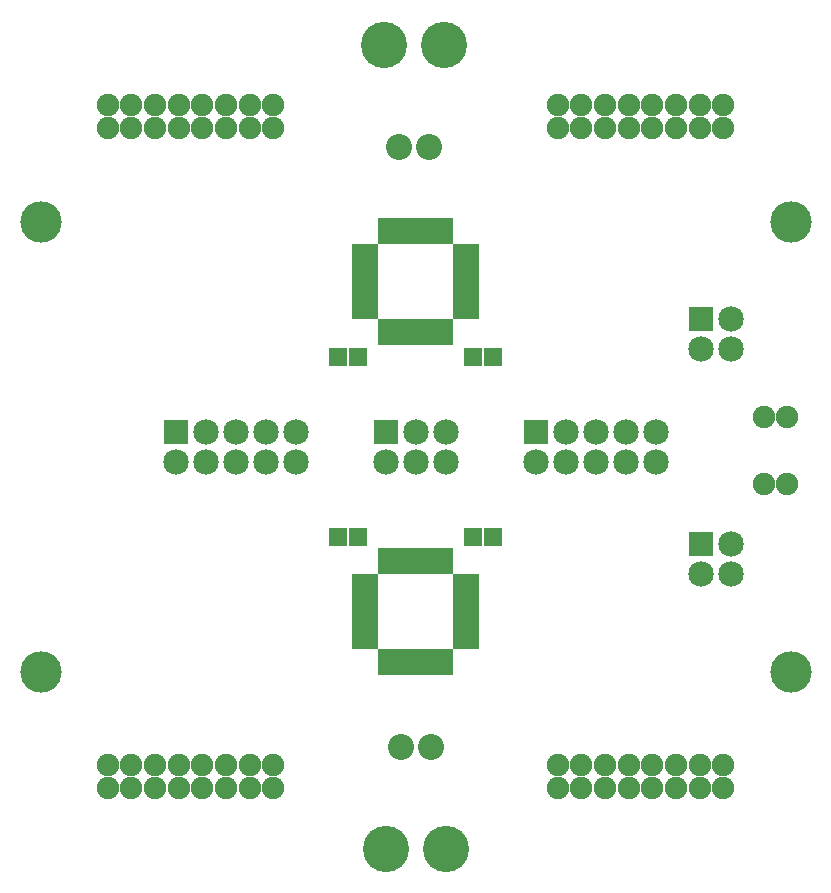
<source format=gbs>
G04 (created by PCBNEW (2013-mar-13)-testing) date Mon 31 Mar 2014 04:14:25 PM PDT*
%MOIN*%
G04 Gerber Fmt 3.4, Leading zero omitted, Abs format*
%FSLAX34Y34*%
G01*
G70*
G90*
G04 APERTURE LIST*
%ADD10C,0.001000*%
%ADD11C,0.138110*%
%ADD12R,0.063307X0.059370*%
%ADD13R,0.090866X0.031811*%
%ADD14R,0.031811X0.090866*%
%ADD15R,0.084961X0.084961*%
%ADD16C,0.084961*%
%ADD17C,0.075118*%
%ADD18C,0.086929*%
%ADD19C,0.154000*%
G04 APERTURE END LIST*
G54D10*
G54D11*
X72750Y-40500D03*
X72750Y-55500D03*
X97750Y-40500D03*
X97750Y-55500D03*
G54D12*
X83334Y-51000D03*
X82665Y-51000D03*
X87165Y-51000D03*
X87834Y-51000D03*
X87165Y-45000D03*
X87834Y-45000D03*
X83334Y-45000D03*
X82665Y-45000D03*
G54D13*
X83566Y-54582D03*
X83566Y-54385D03*
X83566Y-54188D03*
X83566Y-53992D03*
X83566Y-53795D03*
X83566Y-53598D03*
X83566Y-53401D03*
X83566Y-53204D03*
X83566Y-53007D03*
X83566Y-52811D03*
X83566Y-52614D03*
X83566Y-52417D03*
X86933Y-52417D03*
X86933Y-52614D03*
X86933Y-52811D03*
X86933Y-53007D03*
X86933Y-53204D03*
X86933Y-53401D03*
X86933Y-53598D03*
X86933Y-53795D03*
X86933Y-53992D03*
X86933Y-54188D03*
X86933Y-54385D03*
X86933Y-54582D03*
G54D14*
X86332Y-55183D03*
X86135Y-55183D03*
X85938Y-55183D03*
X85742Y-55183D03*
X85545Y-55183D03*
X85348Y-55183D03*
X85151Y-55183D03*
X84954Y-55183D03*
X84757Y-55183D03*
X84561Y-55183D03*
X84364Y-55183D03*
X84167Y-55183D03*
X84167Y-51816D03*
X84364Y-51816D03*
X84561Y-51816D03*
X84757Y-51816D03*
X84954Y-51816D03*
X85151Y-51816D03*
X85348Y-51816D03*
X85545Y-51816D03*
X85742Y-51816D03*
X85938Y-51816D03*
X86135Y-51816D03*
X86332Y-51816D03*
G54D13*
X86933Y-41417D03*
X86933Y-41614D03*
X86933Y-41811D03*
X86933Y-42007D03*
X86933Y-42204D03*
X86933Y-42401D03*
X86933Y-42598D03*
X86933Y-42795D03*
X86933Y-42992D03*
X86933Y-43188D03*
X86933Y-43385D03*
X86933Y-43582D03*
X83566Y-43582D03*
X83566Y-43385D03*
X83566Y-43188D03*
X83566Y-42992D03*
X83566Y-42795D03*
X83566Y-42598D03*
X83566Y-42401D03*
X83566Y-42204D03*
X83566Y-42007D03*
X83566Y-41811D03*
X83566Y-41614D03*
X83566Y-41417D03*
G54D14*
X84167Y-40816D03*
X84364Y-40816D03*
X84561Y-40816D03*
X84757Y-40816D03*
X84954Y-40816D03*
X85151Y-40816D03*
X85348Y-40816D03*
X85545Y-40816D03*
X85742Y-40816D03*
X85938Y-40816D03*
X86135Y-40816D03*
X86332Y-40816D03*
X86332Y-44183D03*
X86135Y-44183D03*
X85938Y-44183D03*
X85742Y-44183D03*
X85545Y-44183D03*
X85348Y-44183D03*
X85151Y-44183D03*
X84954Y-44183D03*
X84757Y-44183D03*
X84561Y-44183D03*
X84364Y-44183D03*
X84167Y-44183D03*
G54D15*
X77250Y-47500D03*
G54D16*
X77250Y-48500D03*
X78250Y-47500D03*
X78250Y-48500D03*
X79250Y-47500D03*
X79250Y-48500D03*
X80250Y-47500D03*
X80250Y-48500D03*
X81250Y-47500D03*
X81250Y-48500D03*
G54D15*
X89250Y-47500D03*
G54D16*
X89250Y-48500D03*
X90250Y-47500D03*
X90250Y-48500D03*
X91250Y-47500D03*
X91250Y-48500D03*
X92250Y-47500D03*
X92250Y-48500D03*
X93250Y-47500D03*
X93250Y-48500D03*
G54D15*
X84250Y-47500D03*
G54D16*
X85250Y-47500D03*
X84250Y-48500D03*
X85250Y-48500D03*
X86250Y-47500D03*
X86250Y-48500D03*
G54D15*
X94750Y-43750D03*
G54D16*
X94750Y-44750D03*
X95750Y-43750D03*
X95750Y-44750D03*
G54D15*
X94750Y-51250D03*
G54D16*
X94750Y-52250D03*
X95750Y-51250D03*
X95750Y-52250D03*
G54D17*
X95505Y-59393D03*
X95505Y-58606D03*
X94718Y-59393D03*
X94718Y-58606D03*
X93931Y-59393D03*
X93931Y-58606D03*
X93143Y-59393D03*
X93143Y-58606D03*
X92356Y-59393D03*
X92356Y-58606D03*
X91568Y-59393D03*
X91568Y-58606D03*
X90781Y-59393D03*
X90781Y-58606D03*
X89994Y-59393D03*
X89994Y-58606D03*
X80505Y-59393D03*
X80505Y-58606D03*
X79718Y-59393D03*
X79718Y-58606D03*
X78931Y-59393D03*
X78931Y-58606D03*
X78143Y-59393D03*
X78143Y-58606D03*
X77356Y-59393D03*
X77356Y-58606D03*
X76568Y-59393D03*
X76568Y-58606D03*
X75781Y-59393D03*
X75781Y-58606D03*
X74994Y-59393D03*
X74994Y-58606D03*
X89994Y-36606D03*
X89994Y-37393D03*
X90781Y-36606D03*
X90781Y-37393D03*
X91568Y-36606D03*
X91568Y-37393D03*
X92356Y-36606D03*
X92356Y-37393D03*
X93143Y-36606D03*
X93143Y-37393D03*
X93931Y-36606D03*
X93931Y-37393D03*
X94718Y-36606D03*
X94718Y-37393D03*
X95505Y-36606D03*
X95505Y-37393D03*
X74994Y-36606D03*
X74994Y-37393D03*
X75781Y-36606D03*
X75781Y-37393D03*
X76568Y-36606D03*
X76568Y-37393D03*
X77356Y-36606D03*
X77356Y-37393D03*
X78143Y-36606D03*
X78143Y-37393D03*
X78931Y-36606D03*
X78931Y-37393D03*
X79718Y-36606D03*
X79718Y-37393D03*
X80505Y-36606D03*
X80505Y-37393D03*
G54D18*
X84700Y-38000D03*
X85700Y-38000D03*
G54D19*
X86200Y-34600D03*
X84200Y-34600D03*
G54D18*
X85750Y-58000D03*
X84750Y-58000D03*
G54D19*
X84250Y-61400D03*
X86250Y-61400D03*
G54D17*
X97643Y-47000D03*
X96856Y-47000D03*
X96856Y-49250D03*
X97643Y-49250D03*
M02*

</source>
